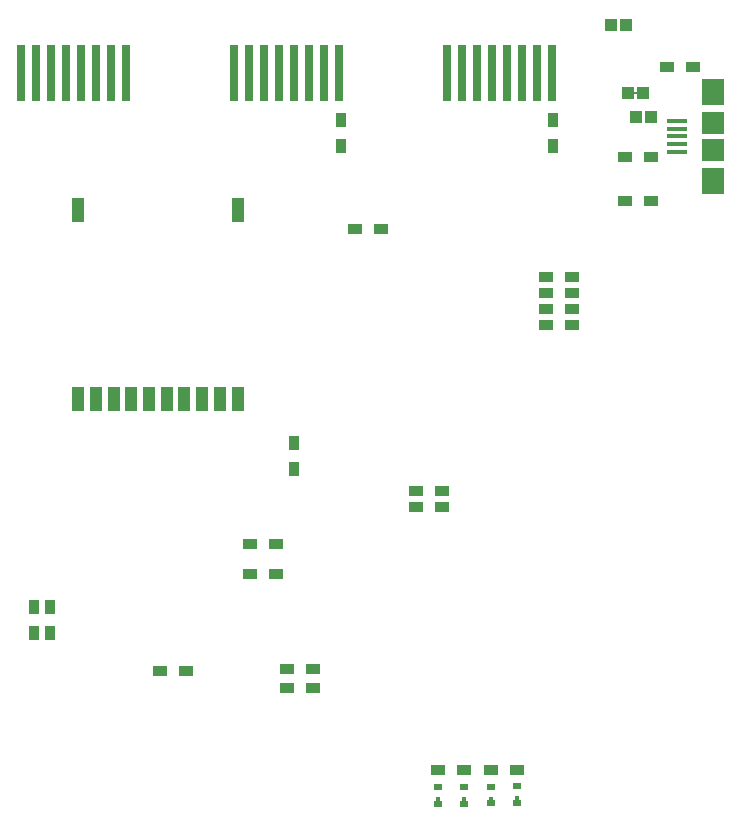
<source format=gtp>
G04 #@! TF.FileFunction,Paste,Top*
%FSLAX46Y46*%
G04 Gerber Fmt 4.6, Leading zero omitted, Abs format (unit mm)*
G04 Created by KiCad (PCBNEW (2015-03-26 BZR 5542)-product) date 4/10/2015 4:22:22 PM*
%MOMM*%
G01*
G04 APERTURE LIST*
%ADD10C,0.100000*%
%ADD11R,1.016000X1.016000*%
%ADD12R,0.508000X0.203200*%
%ADD13R,1.200000X0.900000*%
%ADD14R,0.900000X1.200000*%
%ADD15R,1.000000X2.000000*%
%ADD16R,0.640000X4.750000*%
%ADD17R,0.700000X0.600000*%
%ADD18R,0.300000X0.400000*%
%ADD19R,1.800000X0.400000*%
%ADD20R,1.900000X2.300000*%
%ADD21R,1.900000X1.850000*%
G04 APERTURE END LIST*
D10*
D11*
X182041800Y-67157600D03*
X183311800Y-67157600D03*
D12*
X182676800Y-67157600D03*
D13*
X183980000Y-76327000D03*
X181780000Y-76327000D03*
X187536000Y-65024000D03*
X185336000Y-65024000D03*
D14*
X133070600Y-110710800D03*
X133070600Y-112910800D03*
X131724400Y-112910800D03*
X131724400Y-110710800D03*
X157734000Y-71686600D03*
X157734000Y-69486600D03*
D13*
X168130400Y-124536200D03*
X165930400Y-124536200D03*
X172626200Y-124510800D03*
X170426200Y-124510800D03*
X184030800Y-72644000D03*
X181830800Y-72644000D03*
D14*
X175717200Y-71661200D03*
X175717200Y-69461200D03*
D13*
X175125200Y-86817200D03*
X177325200Y-86817200D03*
X150030000Y-107950000D03*
X152230000Y-107950000D03*
X150030000Y-105410000D03*
X152230000Y-105410000D03*
X175125200Y-85471000D03*
X177325200Y-85471000D03*
X175125200Y-84124800D03*
X177325200Y-84124800D03*
X175125200Y-82778600D03*
X177325200Y-82778600D03*
X161120000Y-78740000D03*
X158920000Y-78740000D03*
X155405000Y-115951000D03*
X153205000Y-115951000D03*
X142460800Y-116103400D03*
X144660800Y-116103400D03*
X155379600Y-117576600D03*
X153179600Y-117576600D03*
D14*
X153797000Y-99017000D03*
X153797000Y-96817000D03*
D13*
X164076200Y-100863400D03*
X166276200Y-100863400D03*
X164076200Y-102209600D03*
X166276200Y-102209600D03*
D15*
X135490000Y-93090000D03*
X136990000Y-93090000D03*
X138490000Y-93090000D03*
X139990000Y-93090000D03*
X141490000Y-93090000D03*
X142990000Y-93090000D03*
X144490000Y-93090000D03*
X145990000Y-93090000D03*
X147490000Y-93090000D03*
X148990000Y-93090000D03*
X135490000Y-77090000D03*
X148990000Y-77090000D03*
D11*
X180644800Y-61468000D03*
X181914800Y-61468000D03*
X182753000Y-69240400D03*
X184023000Y-69240400D03*
D16*
X157602000Y-65531000D03*
X156332000Y-65531000D03*
X155062000Y-65531000D03*
X153792000Y-65531000D03*
X152532000Y-65531000D03*
X151262000Y-65531000D03*
X149992000Y-65531000D03*
X148722000Y-65531000D03*
X139568000Y-65531000D03*
X138298000Y-65531000D03*
X137028000Y-65531000D03*
X135758000Y-65531000D03*
X134498000Y-65531000D03*
X133228000Y-65531000D03*
X131958000Y-65531000D03*
X130688000Y-65531000D03*
X175636000Y-65531000D03*
X174366000Y-65531000D03*
X173096000Y-65531000D03*
X171826000Y-65531000D03*
X170566000Y-65531000D03*
X169296000Y-65531000D03*
X168026000Y-65531000D03*
X166756000Y-65531000D03*
D17*
X165938200Y-125969800D03*
X165938200Y-127369800D03*
D18*
X165938200Y-126999800D03*
D17*
X168198800Y-125969800D03*
X168198800Y-127369800D03*
D18*
X168198800Y-126999800D03*
D17*
X170408600Y-125919000D03*
X170408600Y-127319000D03*
D18*
X170408600Y-126949000D03*
D17*
X172669200Y-125893600D03*
X172669200Y-127293600D03*
D18*
X172669200Y-126923600D03*
D19*
X186180000Y-72166000D03*
X186180000Y-71516000D03*
X186180000Y-70866000D03*
X186180000Y-70216000D03*
X186180000Y-69566000D03*
D20*
X189230000Y-74616000D03*
X189230000Y-67116000D03*
D21*
X189230000Y-71991000D03*
X189230000Y-69741000D03*
M02*

</source>
